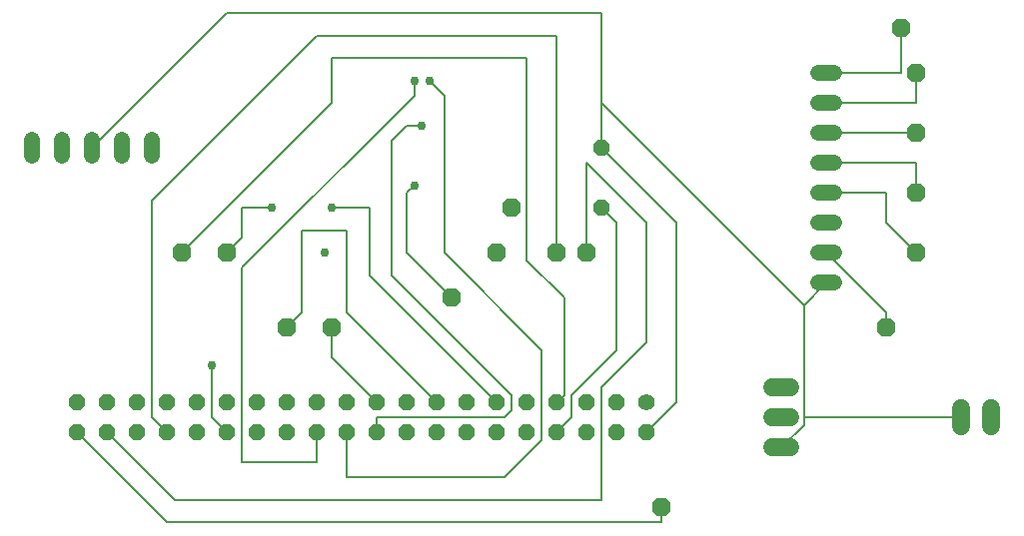
<source format=gbr>
G04 EAGLE Gerber RS-274X export*
G75*
%MOMM*%
%FSLAX34Y34*%
%LPD*%
%INBottom Copper*%
%IPPOS*%
%AMOC8*
5,1,8,0,0,1.08239X$1,22.5*%
G01*
%ADD10C,1.524000*%
%ADD11P,1.732040X8X22.500000*%
%ADD12P,1.429621X8X112.500000*%
%ADD13C,1.320800*%
%ADD14C,1.422400*%
%ADD15P,1.539592X8X202.500000*%
%ADD16C,0.152400*%
%ADD17C,0.756400*%


D10*
X863600Y106680D02*
X863600Y121920D01*
X889000Y121920D02*
X889000Y106680D01*
D11*
X825500Y254000D03*
X330200Y190500D03*
X469900Y254000D03*
X520700Y254000D03*
X546100Y254000D03*
X609600Y38100D03*
X431800Y215900D03*
X482600Y292100D03*
X825500Y304800D03*
X825500Y355600D03*
X203200Y254000D03*
X800100Y190500D03*
X825500Y406400D03*
X812800Y444500D03*
X241300Y254000D03*
X292100Y190500D03*
D12*
X558800Y292100D03*
X558800Y342900D03*
D10*
X703580Y88900D02*
X718820Y88900D01*
X718820Y114300D02*
X703580Y114300D01*
X703580Y139700D02*
X718820Y139700D01*
D13*
X742696Y228600D02*
X755904Y228600D01*
X755904Y254000D02*
X742696Y254000D01*
X742696Y279400D02*
X755904Y279400D01*
X755904Y304800D02*
X742696Y304800D01*
X742696Y330200D02*
X755904Y330200D01*
X755904Y355600D02*
X742696Y355600D01*
X742696Y381000D02*
X755904Y381000D01*
X755904Y406400D02*
X742696Y406400D01*
D14*
X596900Y127000D03*
D15*
X596900Y101600D03*
X571500Y127000D03*
X571500Y101600D03*
X546100Y127000D03*
X546100Y101600D03*
X520700Y127000D03*
X520700Y101600D03*
X495300Y127000D03*
X495300Y101600D03*
X469900Y127000D03*
X469900Y101600D03*
X444500Y127000D03*
X444500Y101600D03*
X419100Y127000D03*
X419100Y101600D03*
X393700Y127000D03*
X393700Y101600D03*
X368300Y127000D03*
X368300Y101600D03*
X342900Y127000D03*
X342900Y101600D03*
X317500Y127000D03*
X317500Y101600D03*
X292100Y127000D03*
X292100Y101600D03*
X266700Y127000D03*
X266700Y101600D03*
X241300Y127000D03*
X241300Y101600D03*
X215900Y127000D03*
X215900Y101600D03*
X190500Y127000D03*
X190500Y101600D03*
X165100Y127000D03*
X165100Y101600D03*
X139700Y127000D03*
X139700Y101600D03*
X114300Y127000D03*
X114300Y101600D03*
D13*
X76200Y336296D02*
X76200Y349504D01*
X101600Y349504D02*
X101600Y336296D01*
X127000Y336296D02*
X127000Y349504D01*
X152400Y349504D02*
X152400Y336296D01*
X177800Y336296D02*
X177800Y349504D01*
D16*
X400050Y387350D02*
X400050Y400050D01*
X400050Y387350D02*
X254000Y241300D01*
X254000Y76200D01*
X317500Y76200D01*
X317500Y101600D01*
D17*
X400050Y400050D03*
D16*
X412750Y400050D02*
X425450Y387350D01*
X425450Y254000D01*
X508000Y171450D01*
X508000Y95250D01*
X476250Y63500D01*
X342900Y63500D01*
X342900Y101600D01*
D17*
X412750Y400050D03*
D16*
X406400Y361950D02*
X393700Y361950D01*
X381000Y349250D01*
X381000Y234950D01*
X482600Y133350D01*
X482600Y120650D01*
X476250Y114300D01*
X368300Y114300D01*
X368300Y101600D01*
D17*
X406400Y361950D03*
D16*
X558800Y292100D02*
X571500Y279400D01*
X571500Y171450D01*
X533400Y133350D01*
X533400Y114300D01*
X520700Y101600D01*
X730250Y209550D02*
X749300Y228600D01*
X730250Y114300D02*
X730250Y107950D01*
X730250Y114300D02*
X730250Y209550D01*
X730250Y107950D02*
X711200Y88900D01*
X730250Y114300D02*
X863600Y114300D01*
X241300Y457200D02*
X127000Y342900D01*
X241300Y457200D02*
X558800Y457200D01*
X558800Y381000D02*
X558800Y342900D01*
X558800Y381000D02*
X558800Y457200D01*
X622300Y279400D02*
X622300Y127000D01*
X596900Y101600D01*
X622300Y279400D02*
X558800Y342900D01*
X558800Y381000D02*
X730250Y209550D01*
X749300Y254000D02*
X800100Y203200D01*
X800100Y190500D01*
X800100Y304800D02*
X749300Y304800D01*
X800100Y304800D02*
X800100Y279400D01*
X825500Y254000D01*
X825500Y330200D02*
X749300Y330200D01*
X825500Y330200D02*
X825500Y304800D01*
X825500Y355600D02*
X749300Y355600D01*
X749300Y381000D02*
X825500Y381000D01*
X825500Y406400D01*
X812800Y406400D02*
X749300Y406400D01*
X812800Y406400D02*
X812800Y444500D01*
X190500Y25400D02*
X114300Y101600D01*
X190500Y25400D02*
X609600Y25400D01*
X609600Y38100D01*
X196850Y44450D02*
X139700Y101600D01*
X196850Y44450D02*
X558800Y44450D01*
X558800Y139700D01*
X596900Y177800D01*
X596900Y279400D01*
X546100Y330200D01*
X546100Y254000D01*
X190500Y101600D02*
X177800Y114300D01*
X177800Y298450D01*
X317500Y438150D01*
X520700Y438150D01*
X520700Y254000D01*
X228600Y158750D02*
X228600Y114300D01*
X241300Y101600D01*
D17*
X323850Y254000D03*
X228600Y158750D03*
D16*
X527050Y133350D02*
X527050Y215900D01*
X527050Y133350D02*
X520700Y127000D01*
X527050Y215900D02*
X495300Y247650D01*
X495300Y419100D01*
X330200Y419100D01*
X330200Y381000D01*
X203200Y254000D01*
X361950Y234950D02*
X469900Y127000D01*
X361950Y234950D02*
X361950Y292100D01*
X254000Y292100D02*
X254000Y266700D01*
X241300Y254000D01*
X254000Y292100D02*
X279400Y292100D01*
D17*
X279400Y292100D03*
X330200Y292100D03*
D16*
X361950Y292100D01*
X342900Y203200D02*
X419100Y127000D01*
X342900Y203200D02*
X342900Y273050D01*
X304800Y273050D01*
X304800Y203200D01*
X292100Y190500D01*
X330200Y165100D02*
X368300Y127000D01*
X330200Y165100D02*
X330200Y190500D01*
X393700Y304800D02*
X400050Y311150D01*
X393700Y304800D02*
X393700Y254000D01*
X431800Y215900D01*
D17*
X400050Y311150D03*
M02*

</source>
